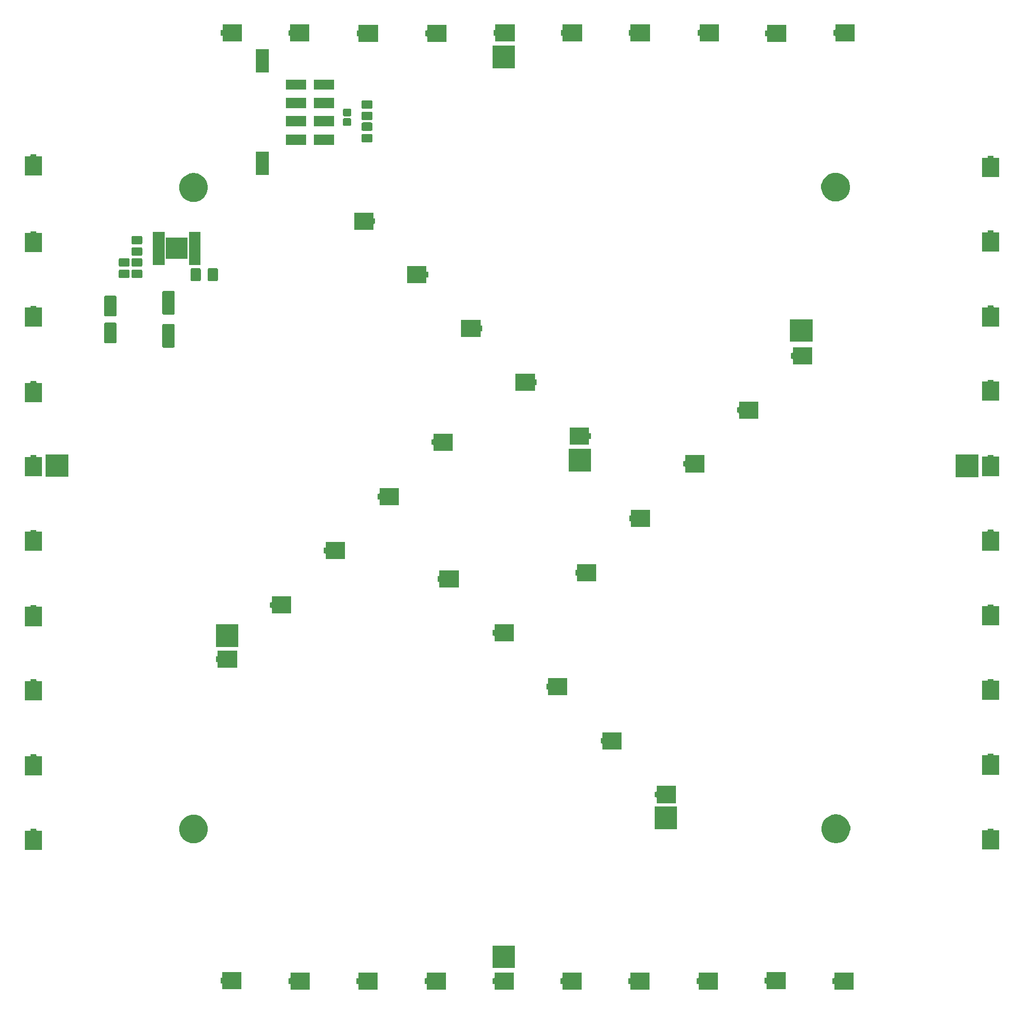
<source format=gbr>
G04 #@! TF.GenerationSoftware,KiCad,Pcbnew,(5.1.2)-2*
G04 #@! TF.CreationDate,2020-02-04T22:48:58+01:00*
G04 #@! TF.ProjectId,LED_Driver_ISSI_ALU_IS31LT3117,4c45445f-4472-4697-9665-725f49535349,rev?*
G04 #@! TF.SameCoordinates,Original*
G04 #@! TF.FileFunction,Soldermask,Top*
G04 #@! TF.FilePolarity,Negative*
%FSLAX46Y46*%
G04 Gerber Fmt 4.6, Leading zero omitted, Abs format (unit mm)*
G04 Created by KiCad (PCBNEW (5.1.2)-2) date 2020-02-04 22:48:58*
%MOMM*%
%LPD*%
G04 APERTURE LIST*
%ADD10C,0.100000*%
G04 APERTURE END LIST*
D10*
G36*
X102500000Y-179200000D02*
G01*
X99350000Y-179200000D01*
X99350000Y-178374999D01*
X99347598Y-178350613D01*
X99340485Y-178327164D01*
X99328934Y-178305553D01*
X99313389Y-178286611D01*
X99294447Y-178271066D01*
X99272836Y-178259515D01*
X99249387Y-178252402D01*
X99225001Y-178250000D01*
X99050000Y-178250000D01*
X99050000Y-177350000D01*
X99225001Y-177350000D01*
X99249387Y-177347598D01*
X99272836Y-177340485D01*
X99294447Y-177328934D01*
X99313389Y-177313389D01*
X99328934Y-177294447D01*
X99340485Y-177272836D01*
X99347598Y-177249387D01*
X99350000Y-177225001D01*
X99350000Y-176400000D01*
X102500000Y-176400000D01*
X102500000Y-179200000D01*
X102500000Y-179200000D01*
G37*
G36*
X169200000Y-179200000D02*
G01*
X166050000Y-179200000D01*
X166050000Y-178374999D01*
X166047598Y-178350613D01*
X166040485Y-178327164D01*
X166028934Y-178305553D01*
X166013389Y-178286611D01*
X165994447Y-178271066D01*
X165972836Y-178259515D01*
X165949387Y-178252402D01*
X165925001Y-178250000D01*
X165750000Y-178250000D01*
X165750000Y-177350000D01*
X165925001Y-177350000D01*
X165949387Y-177347598D01*
X165972836Y-177340485D01*
X165994447Y-177328934D01*
X166013389Y-177313389D01*
X166028934Y-177294447D01*
X166040485Y-177272836D01*
X166047598Y-177249387D01*
X166050000Y-177225001D01*
X166050000Y-176400000D01*
X169200000Y-176400000D01*
X169200000Y-179200000D01*
X169200000Y-179200000D01*
G37*
G36*
X135850000Y-179200000D02*
G01*
X132700000Y-179200000D01*
X132700000Y-178374999D01*
X132697598Y-178350613D01*
X132690485Y-178327164D01*
X132678934Y-178305553D01*
X132663389Y-178286611D01*
X132644447Y-178271066D01*
X132622836Y-178259515D01*
X132599387Y-178252402D01*
X132575001Y-178250000D01*
X132400000Y-178250000D01*
X132400000Y-177350000D01*
X132575001Y-177350000D01*
X132599387Y-177347598D01*
X132622836Y-177340485D01*
X132644447Y-177328934D01*
X132663389Y-177313389D01*
X132678934Y-177294447D01*
X132690485Y-177272836D01*
X132697598Y-177249387D01*
X132700000Y-177225001D01*
X132700000Y-176400000D01*
X135850000Y-176400000D01*
X135850000Y-179200000D01*
X135850000Y-179200000D01*
G37*
G36*
X124750000Y-179200000D02*
G01*
X121600000Y-179200000D01*
X121600000Y-178374999D01*
X121597598Y-178350613D01*
X121590485Y-178327164D01*
X121578934Y-178305553D01*
X121563389Y-178286611D01*
X121544447Y-178271066D01*
X121522836Y-178259515D01*
X121499387Y-178252402D01*
X121475001Y-178250000D01*
X121300000Y-178250000D01*
X121300000Y-177350000D01*
X121475001Y-177350000D01*
X121499387Y-177347598D01*
X121522836Y-177340485D01*
X121544447Y-177328934D01*
X121563389Y-177313389D01*
X121578934Y-177294447D01*
X121590485Y-177272836D01*
X121597598Y-177249387D01*
X121600000Y-177225001D01*
X121600000Y-176400000D01*
X124750000Y-176400000D01*
X124750000Y-179200000D01*
X124750000Y-179200000D01*
G37*
G36*
X191400000Y-179200000D02*
G01*
X188250000Y-179200000D01*
X188250000Y-178374999D01*
X188247598Y-178350613D01*
X188240485Y-178327164D01*
X188228934Y-178305553D01*
X188213389Y-178286611D01*
X188194447Y-178271066D01*
X188172836Y-178259515D01*
X188149387Y-178252402D01*
X188125001Y-178250000D01*
X187950000Y-178250000D01*
X187950000Y-177350000D01*
X188125001Y-177350000D01*
X188149387Y-177347598D01*
X188172836Y-177340485D01*
X188194447Y-177328934D01*
X188213389Y-177313389D01*
X188228934Y-177294447D01*
X188240485Y-177272836D01*
X188247598Y-177249387D01*
X188250000Y-177225001D01*
X188250000Y-176400000D01*
X191400000Y-176400000D01*
X191400000Y-179200000D01*
X191400000Y-179200000D01*
G37*
G36*
X158050000Y-179200000D02*
G01*
X154900000Y-179200000D01*
X154900000Y-178374999D01*
X154897598Y-178350613D01*
X154890485Y-178327164D01*
X154878934Y-178305553D01*
X154863389Y-178286611D01*
X154844447Y-178271066D01*
X154822836Y-178259515D01*
X154799387Y-178252402D01*
X154775001Y-178250000D01*
X154600000Y-178250000D01*
X154600000Y-177350000D01*
X154775001Y-177350000D01*
X154799387Y-177347598D01*
X154822836Y-177340485D01*
X154844447Y-177328934D01*
X154863389Y-177313389D01*
X154878934Y-177294447D01*
X154890485Y-177272836D01*
X154897598Y-177249387D01*
X154900000Y-177225001D01*
X154900000Y-176400000D01*
X158050000Y-176400000D01*
X158050000Y-179200000D01*
X158050000Y-179200000D01*
G37*
G36*
X113600000Y-179200000D02*
G01*
X110450000Y-179200000D01*
X110450000Y-178374999D01*
X110447598Y-178350613D01*
X110440485Y-178327164D01*
X110428934Y-178305553D01*
X110413389Y-178286611D01*
X110394447Y-178271066D01*
X110372836Y-178259515D01*
X110349387Y-178252402D01*
X110325001Y-178250000D01*
X110150000Y-178250000D01*
X110150000Y-177350000D01*
X110325001Y-177350000D01*
X110349387Y-177347598D01*
X110372836Y-177340485D01*
X110394447Y-177328934D01*
X110413389Y-177313389D01*
X110428934Y-177294447D01*
X110440485Y-177272836D01*
X110447598Y-177249387D01*
X110450000Y-177225001D01*
X110450000Y-176400000D01*
X113600000Y-176400000D01*
X113600000Y-179200000D01*
X113600000Y-179200000D01*
G37*
G36*
X146950000Y-179200000D02*
G01*
X143800000Y-179200000D01*
X143800000Y-178374999D01*
X143797598Y-178350613D01*
X143790485Y-178327164D01*
X143778934Y-178305553D01*
X143763389Y-178286611D01*
X143744447Y-178271066D01*
X143722836Y-178259515D01*
X143699387Y-178252402D01*
X143675001Y-178250000D01*
X143500000Y-178250000D01*
X143500000Y-177350000D01*
X143675001Y-177350000D01*
X143699387Y-177347598D01*
X143722836Y-177340485D01*
X143744447Y-177328934D01*
X143763389Y-177313389D01*
X143778934Y-177294447D01*
X143790485Y-177272836D01*
X143797598Y-177249387D01*
X143800000Y-177225001D01*
X143800000Y-176400000D01*
X146950000Y-176400000D01*
X146950000Y-179200000D01*
X146950000Y-179200000D01*
G37*
G36*
X180300000Y-179150000D02*
G01*
X177150000Y-179150000D01*
X177150000Y-178324999D01*
X177147598Y-178300613D01*
X177140485Y-178277164D01*
X177128934Y-178255553D01*
X177113389Y-178236611D01*
X177094447Y-178221066D01*
X177072836Y-178209515D01*
X177049387Y-178202402D01*
X177025001Y-178200000D01*
X176850000Y-178200000D01*
X176850000Y-177300000D01*
X177025001Y-177300000D01*
X177049387Y-177297598D01*
X177072836Y-177290485D01*
X177094447Y-177278934D01*
X177113389Y-177263389D01*
X177128934Y-177244447D01*
X177140485Y-177222836D01*
X177147598Y-177199387D01*
X177150000Y-177175001D01*
X177150000Y-176350000D01*
X180300000Y-176350000D01*
X180300000Y-179150000D01*
X180300000Y-179150000D01*
G37*
G36*
X91350000Y-179150000D02*
G01*
X88200000Y-179150000D01*
X88200000Y-178324999D01*
X88197598Y-178300613D01*
X88190485Y-178277164D01*
X88178934Y-178255553D01*
X88163389Y-178236611D01*
X88144447Y-178221066D01*
X88122836Y-178209515D01*
X88099387Y-178202402D01*
X88075001Y-178200000D01*
X87900000Y-178200000D01*
X87900000Y-177300000D01*
X88075001Y-177300000D01*
X88099387Y-177297598D01*
X88122836Y-177290485D01*
X88144447Y-177278934D01*
X88163389Y-177263389D01*
X88178934Y-177244447D01*
X88190485Y-177222836D01*
X88197598Y-177199387D01*
X88200000Y-177175001D01*
X88200000Y-176350000D01*
X91350000Y-176350000D01*
X91350000Y-179150000D01*
X91350000Y-179150000D01*
G37*
G36*
X136050000Y-175700000D02*
G01*
X132350000Y-175700000D01*
X132350000Y-172000000D01*
X136050000Y-172000000D01*
X136050000Y-175700000D01*
X136050000Y-175700000D01*
G37*
G36*
X57800000Y-153075001D02*
G01*
X57802402Y-153099387D01*
X57809515Y-153122836D01*
X57821066Y-153144447D01*
X57836611Y-153163389D01*
X57855553Y-153178934D01*
X57877164Y-153190485D01*
X57900613Y-153197598D01*
X57924999Y-153200000D01*
X58750000Y-153200000D01*
X58750000Y-156350000D01*
X55950000Y-156350000D01*
X55950000Y-153200000D01*
X56775001Y-153200000D01*
X56799387Y-153197598D01*
X56822836Y-153190485D01*
X56844447Y-153178934D01*
X56863389Y-153163389D01*
X56878934Y-153144447D01*
X56890485Y-153122836D01*
X56897598Y-153099387D01*
X56900000Y-153075001D01*
X56900000Y-152900000D01*
X57800000Y-152900000D01*
X57800000Y-153075001D01*
X57800000Y-153075001D01*
G37*
G36*
X214250000Y-153025001D02*
G01*
X214252402Y-153049387D01*
X214259515Y-153072836D01*
X214271066Y-153094447D01*
X214286611Y-153113389D01*
X214305553Y-153128934D01*
X214327164Y-153140485D01*
X214350613Y-153147598D01*
X214374999Y-153150000D01*
X215200000Y-153150000D01*
X215200000Y-156300000D01*
X212400000Y-156300000D01*
X212400000Y-153150000D01*
X213225001Y-153150000D01*
X213249387Y-153147598D01*
X213272836Y-153140485D01*
X213294447Y-153128934D01*
X213313389Y-153113389D01*
X213328934Y-153094447D01*
X213340485Y-153072836D01*
X213347598Y-153049387D01*
X213350000Y-153025001D01*
X213350000Y-152850000D01*
X214250000Y-152850000D01*
X214250000Y-153025001D01*
X214250000Y-153025001D01*
G37*
G36*
X83882793Y-150630103D02*
G01*
X84185470Y-150690309D01*
X84613143Y-150867457D01*
X84998038Y-151124636D01*
X85325364Y-151451962D01*
X85582543Y-151836857D01*
X85759691Y-152264530D01*
X85759691Y-152264532D01*
X85840055Y-152668545D01*
X85850000Y-152718545D01*
X85850000Y-153181455D01*
X85759691Y-153635470D01*
X85582543Y-154063143D01*
X85325364Y-154448038D01*
X84998038Y-154775364D01*
X84613143Y-155032543D01*
X84185470Y-155209691D01*
X83882793Y-155269897D01*
X83731456Y-155300000D01*
X83268544Y-155300000D01*
X83117207Y-155269897D01*
X82814530Y-155209691D01*
X82386857Y-155032543D01*
X82001962Y-154775364D01*
X81674636Y-154448038D01*
X81417457Y-154063143D01*
X81240309Y-153635470D01*
X81150000Y-153181455D01*
X81150000Y-152718545D01*
X81159946Y-152668545D01*
X81240309Y-152264532D01*
X81240309Y-152264530D01*
X81417457Y-151836857D01*
X81674636Y-151451962D01*
X82001962Y-151124636D01*
X82386857Y-150867457D01*
X82814530Y-150690309D01*
X83117207Y-150630103D01*
X83268544Y-150600000D01*
X83731456Y-150600000D01*
X83882793Y-150630103D01*
X83882793Y-150630103D01*
G37*
G36*
X188882793Y-150580103D02*
G01*
X189185470Y-150640309D01*
X189613143Y-150817457D01*
X189998038Y-151074636D01*
X190325364Y-151401962D01*
X190582543Y-151786857D01*
X190759691Y-152214530D01*
X190769637Y-152264532D01*
X190850000Y-152668544D01*
X190850000Y-153131456D01*
X190840054Y-153181456D01*
X190759691Y-153585470D01*
X190582543Y-154013143D01*
X190325364Y-154398038D01*
X189998038Y-154725364D01*
X189613143Y-154982543D01*
X189185470Y-155159691D01*
X188934102Y-155209691D01*
X188731456Y-155250000D01*
X188268544Y-155250000D01*
X188065898Y-155209691D01*
X187814530Y-155159691D01*
X187386857Y-154982543D01*
X187001962Y-154725364D01*
X186674636Y-154398038D01*
X186417457Y-154013143D01*
X186240309Y-153585470D01*
X186159946Y-153181456D01*
X186150000Y-153131456D01*
X186150000Y-152668544D01*
X186230363Y-152264532D01*
X186240309Y-152214530D01*
X186417457Y-151786857D01*
X186674636Y-151401962D01*
X187001962Y-151074636D01*
X187386857Y-150817457D01*
X187814530Y-150640309D01*
X188117207Y-150580103D01*
X188268544Y-150550000D01*
X188731456Y-150550000D01*
X188882793Y-150580103D01*
X188882793Y-150580103D01*
G37*
G36*
X162550000Y-152950000D02*
G01*
X158850000Y-152950000D01*
X158850000Y-149250000D01*
X162550000Y-149250000D01*
X162550000Y-152950000D01*
X162550000Y-152950000D01*
G37*
G36*
X162350000Y-148700000D02*
G01*
X159200000Y-148700000D01*
X159200000Y-147874999D01*
X159197598Y-147850613D01*
X159190485Y-147827164D01*
X159178934Y-147805553D01*
X159163389Y-147786611D01*
X159144447Y-147771066D01*
X159122836Y-147759515D01*
X159099387Y-147752402D01*
X159075001Y-147750000D01*
X158900000Y-147750000D01*
X158900000Y-146850000D01*
X159075001Y-146850000D01*
X159099387Y-146847598D01*
X159122836Y-146840485D01*
X159144447Y-146828934D01*
X159163389Y-146813389D01*
X159178934Y-146794447D01*
X159190485Y-146772836D01*
X159197598Y-146749387D01*
X159200000Y-146725001D01*
X159200000Y-145900000D01*
X162350000Y-145900000D01*
X162350000Y-148700000D01*
X162350000Y-148700000D01*
G37*
G36*
X57800000Y-140875001D02*
G01*
X57802402Y-140899387D01*
X57809515Y-140922836D01*
X57821066Y-140944447D01*
X57836611Y-140963389D01*
X57855553Y-140978934D01*
X57877164Y-140990485D01*
X57900613Y-140997598D01*
X57924999Y-141000000D01*
X58750000Y-141000000D01*
X58750000Y-144150000D01*
X55950000Y-144150000D01*
X55950000Y-141000000D01*
X56775001Y-141000000D01*
X56799387Y-140997598D01*
X56822836Y-140990485D01*
X56844447Y-140978934D01*
X56863389Y-140963389D01*
X56878934Y-140944447D01*
X56890485Y-140922836D01*
X56897598Y-140899387D01*
X56900000Y-140875001D01*
X56900000Y-140700000D01*
X57800000Y-140700000D01*
X57800000Y-140875001D01*
X57800000Y-140875001D01*
G37*
G36*
X214250000Y-140775001D02*
G01*
X214252402Y-140799387D01*
X214259515Y-140822836D01*
X214271066Y-140844447D01*
X214286611Y-140863389D01*
X214305553Y-140878934D01*
X214327164Y-140890485D01*
X214350613Y-140897598D01*
X214374999Y-140900000D01*
X215200000Y-140900000D01*
X215200000Y-144050000D01*
X212400000Y-144050000D01*
X212400000Y-140900000D01*
X213225001Y-140900000D01*
X213249387Y-140897598D01*
X213272836Y-140890485D01*
X213294447Y-140878934D01*
X213313389Y-140863389D01*
X213328934Y-140844447D01*
X213340485Y-140822836D01*
X213347598Y-140799387D01*
X213350000Y-140775001D01*
X213350000Y-140600000D01*
X214250000Y-140600000D01*
X214250000Y-140775001D01*
X214250000Y-140775001D01*
G37*
G36*
X153500000Y-139900000D02*
G01*
X150350000Y-139900000D01*
X150350000Y-139074999D01*
X150347598Y-139050613D01*
X150340485Y-139027164D01*
X150328934Y-139005553D01*
X150313389Y-138986611D01*
X150294447Y-138971066D01*
X150272836Y-138959515D01*
X150249387Y-138952402D01*
X150225001Y-138950000D01*
X150050000Y-138950000D01*
X150050000Y-138050000D01*
X150225001Y-138050000D01*
X150249387Y-138047598D01*
X150272836Y-138040485D01*
X150294447Y-138028934D01*
X150313389Y-138013389D01*
X150328934Y-137994447D01*
X150340485Y-137972836D01*
X150347598Y-137949387D01*
X150350000Y-137925001D01*
X150350000Y-137100000D01*
X153500000Y-137100000D01*
X153500000Y-139900000D01*
X153500000Y-139900000D01*
G37*
G36*
X57800000Y-128625001D02*
G01*
X57802402Y-128649387D01*
X57809515Y-128672836D01*
X57821066Y-128694447D01*
X57836611Y-128713389D01*
X57855553Y-128728934D01*
X57877164Y-128740485D01*
X57900613Y-128747598D01*
X57924999Y-128750000D01*
X58750000Y-128750000D01*
X58750000Y-131900000D01*
X55950000Y-131900000D01*
X55950000Y-128750000D01*
X56775001Y-128750000D01*
X56799387Y-128747598D01*
X56822836Y-128740485D01*
X56844447Y-128728934D01*
X56863389Y-128713389D01*
X56878934Y-128694447D01*
X56890485Y-128672836D01*
X56897598Y-128649387D01*
X56900000Y-128625001D01*
X56900000Y-128450000D01*
X57800000Y-128450000D01*
X57800000Y-128625001D01*
X57800000Y-128625001D01*
G37*
G36*
X214250000Y-128575001D02*
G01*
X214252402Y-128599387D01*
X214259515Y-128622836D01*
X214271066Y-128644447D01*
X214286611Y-128663389D01*
X214305553Y-128678934D01*
X214327164Y-128690485D01*
X214350613Y-128697598D01*
X214374999Y-128700000D01*
X215200000Y-128700000D01*
X215200000Y-131850000D01*
X212400000Y-131850000D01*
X212400000Y-128700000D01*
X213225001Y-128700000D01*
X213249387Y-128697598D01*
X213272836Y-128690485D01*
X213294447Y-128678934D01*
X213313389Y-128663389D01*
X213328934Y-128644447D01*
X213340485Y-128622836D01*
X213347598Y-128599387D01*
X213350000Y-128575001D01*
X213350000Y-128400000D01*
X214250000Y-128400000D01*
X214250000Y-128575001D01*
X214250000Y-128575001D01*
G37*
G36*
X144600000Y-131050000D02*
G01*
X141450000Y-131050000D01*
X141450000Y-130224999D01*
X141447598Y-130200613D01*
X141440485Y-130177164D01*
X141428934Y-130155553D01*
X141413389Y-130136611D01*
X141394447Y-130121066D01*
X141372836Y-130109515D01*
X141349387Y-130102402D01*
X141325001Y-130100000D01*
X141150000Y-130100000D01*
X141150000Y-129200000D01*
X141325001Y-129200000D01*
X141349387Y-129197598D01*
X141372836Y-129190485D01*
X141394447Y-129178934D01*
X141413389Y-129163389D01*
X141428934Y-129144447D01*
X141440485Y-129122836D01*
X141447598Y-129099387D01*
X141450000Y-129075001D01*
X141450000Y-128250000D01*
X144600000Y-128250000D01*
X144600000Y-131050000D01*
X144600000Y-131050000D01*
G37*
G36*
X90600000Y-126550000D02*
G01*
X87450000Y-126550000D01*
X87450000Y-125724999D01*
X87447598Y-125700613D01*
X87440485Y-125677164D01*
X87428934Y-125655553D01*
X87413389Y-125636611D01*
X87394447Y-125621066D01*
X87372836Y-125609515D01*
X87349387Y-125602402D01*
X87325001Y-125600000D01*
X87150000Y-125600000D01*
X87150000Y-124700000D01*
X87325001Y-124700000D01*
X87349387Y-124697598D01*
X87372836Y-124690485D01*
X87394447Y-124678934D01*
X87413389Y-124663389D01*
X87428934Y-124644447D01*
X87440485Y-124622836D01*
X87447598Y-124599387D01*
X87450000Y-124575001D01*
X87450000Y-123750000D01*
X90600000Y-123750000D01*
X90600000Y-126550000D01*
X90600000Y-126550000D01*
G37*
G36*
X90850000Y-123150000D02*
G01*
X87150000Y-123150000D01*
X87150000Y-119450000D01*
X90850000Y-119450000D01*
X90850000Y-123150000D01*
X90850000Y-123150000D01*
G37*
G36*
X135850000Y-122250000D02*
G01*
X132700000Y-122250000D01*
X132700000Y-121424999D01*
X132697598Y-121400613D01*
X132690485Y-121377164D01*
X132678934Y-121355553D01*
X132663389Y-121336611D01*
X132644447Y-121321066D01*
X132622836Y-121309515D01*
X132599387Y-121302402D01*
X132575001Y-121300000D01*
X132400000Y-121300000D01*
X132400000Y-120400000D01*
X132575001Y-120400000D01*
X132599387Y-120397598D01*
X132622836Y-120390485D01*
X132644447Y-120378934D01*
X132663389Y-120363389D01*
X132678934Y-120344447D01*
X132690485Y-120322836D01*
X132697598Y-120299387D01*
X132700000Y-120275001D01*
X132700000Y-119450000D01*
X135850000Y-119450000D01*
X135850000Y-122250000D01*
X135850000Y-122250000D01*
G37*
G36*
X57800000Y-116475001D02*
G01*
X57802402Y-116499387D01*
X57809515Y-116522836D01*
X57821066Y-116544447D01*
X57836611Y-116563389D01*
X57855553Y-116578934D01*
X57877164Y-116590485D01*
X57900613Y-116597598D01*
X57924999Y-116600000D01*
X58750000Y-116600000D01*
X58750000Y-119750000D01*
X55950000Y-119750000D01*
X55950000Y-116600000D01*
X56775001Y-116600000D01*
X56799387Y-116597598D01*
X56822836Y-116590485D01*
X56844447Y-116578934D01*
X56863389Y-116563389D01*
X56878934Y-116544447D01*
X56890485Y-116522836D01*
X56897598Y-116499387D01*
X56900000Y-116475001D01*
X56900000Y-116300000D01*
X57800000Y-116300000D01*
X57800000Y-116475001D01*
X57800000Y-116475001D01*
G37*
G36*
X214250000Y-116375001D02*
G01*
X214252402Y-116399387D01*
X214259515Y-116422836D01*
X214271066Y-116444447D01*
X214286611Y-116463389D01*
X214305553Y-116478934D01*
X214327164Y-116490485D01*
X214350613Y-116497598D01*
X214374999Y-116500000D01*
X215200000Y-116500000D01*
X215200000Y-119650000D01*
X212400000Y-119650000D01*
X212400000Y-116500000D01*
X213225001Y-116500000D01*
X213249387Y-116497598D01*
X213272836Y-116490485D01*
X213294447Y-116478934D01*
X213313389Y-116463389D01*
X213328934Y-116444447D01*
X213340485Y-116422836D01*
X213347598Y-116399387D01*
X213350000Y-116375001D01*
X213350000Y-116200000D01*
X214250000Y-116200000D01*
X214250000Y-116375001D01*
X214250000Y-116375001D01*
G37*
G36*
X99450000Y-117700000D02*
G01*
X96300000Y-117700000D01*
X96300000Y-116874999D01*
X96297598Y-116850613D01*
X96290485Y-116827164D01*
X96278934Y-116805553D01*
X96263389Y-116786611D01*
X96244447Y-116771066D01*
X96222836Y-116759515D01*
X96199387Y-116752402D01*
X96175001Y-116750000D01*
X96000000Y-116750000D01*
X96000000Y-115850000D01*
X96175001Y-115850000D01*
X96199387Y-115847598D01*
X96222836Y-115840485D01*
X96244447Y-115828934D01*
X96263389Y-115813389D01*
X96278934Y-115794447D01*
X96290485Y-115772836D01*
X96297598Y-115749387D01*
X96300000Y-115725001D01*
X96300000Y-114900000D01*
X99450000Y-114900000D01*
X99450000Y-117700000D01*
X99450000Y-117700000D01*
G37*
G36*
X126850000Y-113450000D02*
G01*
X123700000Y-113450000D01*
X123700000Y-112624999D01*
X123697598Y-112600613D01*
X123690485Y-112577164D01*
X123678934Y-112555553D01*
X123663389Y-112536611D01*
X123644447Y-112521066D01*
X123622836Y-112509515D01*
X123599387Y-112502402D01*
X123575001Y-112500000D01*
X123400000Y-112500000D01*
X123400000Y-111600000D01*
X123575001Y-111600000D01*
X123599387Y-111597598D01*
X123622836Y-111590485D01*
X123644447Y-111578934D01*
X123663389Y-111563389D01*
X123678934Y-111544447D01*
X123690485Y-111522836D01*
X123697598Y-111499387D01*
X123700000Y-111475001D01*
X123700000Y-110650000D01*
X126850000Y-110650000D01*
X126850000Y-113450000D01*
X126850000Y-113450000D01*
G37*
G36*
X149350000Y-112400000D02*
G01*
X146200000Y-112400000D01*
X146200000Y-111574999D01*
X146197598Y-111550613D01*
X146190485Y-111527164D01*
X146178934Y-111505553D01*
X146163389Y-111486611D01*
X146144447Y-111471066D01*
X146122836Y-111459515D01*
X146099387Y-111452402D01*
X146075001Y-111450000D01*
X145900000Y-111450000D01*
X145900000Y-110550000D01*
X146075001Y-110550000D01*
X146099387Y-110547598D01*
X146122836Y-110540485D01*
X146144447Y-110528934D01*
X146163389Y-110513389D01*
X146178934Y-110494447D01*
X146190485Y-110472836D01*
X146197598Y-110449387D01*
X146200000Y-110425001D01*
X146200000Y-109600000D01*
X149350000Y-109600000D01*
X149350000Y-112400000D01*
X149350000Y-112400000D01*
G37*
G36*
X108250000Y-108800000D02*
G01*
X105100000Y-108800000D01*
X105100000Y-107974999D01*
X105097598Y-107950613D01*
X105090485Y-107927164D01*
X105078934Y-107905553D01*
X105063389Y-107886611D01*
X105044447Y-107871066D01*
X105022836Y-107859515D01*
X104999387Y-107852402D01*
X104975001Y-107850000D01*
X104800000Y-107850000D01*
X104800000Y-106950000D01*
X104975001Y-106950000D01*
X104999387Y-106947598D01*
X105022836Y-106940485D01*
X105044447Y-106928934D01*
X105063389Y-106913389D01*
X105078934Y-106894447D01*
X105090485Y-106872836D01*
X105097598Y-106849387D01*
X105100000Y-106825001D01*
X105100000Y-106000000D01*
X108250000Y-106000000D01*
X108250000Y-108800000D01*
X108250000Y-108800000D01*
G37*
G36*
X57750000Y-104175001D02*
G01*
X57752402Y-104199387D01*
X57759515Y-104222836D01*
X57771066Y-104244447D01*
X57786611Y-104263389D01*
X57805553Y-104278934D01*
X57827164Y-104290485D01*
X57850613Y-104297598D01*
X57874999Y-104300000D01*
X58700000Y-104300000D01*
X58700000Y-107450000D01*
X55900000Y-107450000D01*
X55900000Y-104300000D01*
X56725001Y-104300000D01*
X56749387Y-104297598D01*
X56772836Y-104290485D01*
X56794447Y-104278934D01*
X56813389Y-104263389D01*
X56828934Y-104244447D01*
X56840485Y-104222836D01*
X56847598Y-104199387D01*
X56850000Y-104175001D01*
X56850000Y-104000000D01*
X57750000Y-104000000D01*
X57750000Y-104175001D01*
X57750000Y-104175001D01*
G37*
G36*
X214250000Y-104125001D02*
G01*
X214252402Y-104149387D01*
X214259515Y-104172836D01*
X214271066Y-104194447D01*
X214286611Y-104213389D01*
X214305553Y-104228934D01*
X214327164Y-104240485D01*
X214350613Y-104247598D01*
X214374999Y-104250000D01*
X215200000Y-104250000D01*
X215200000Y-107400000D01*
X212400000Y-107400000D01*
X212400000Y-104250000D01*
X213225001Y-104250000D01*
X213249387Y-104247598D01*
X213272836Y-104240485D01*
X213294447Y-104228934D01*
X213313389Y-104213389D01*
X213328934Y-104194447D01*
X213340485Y-104172836D01*
X213347598Y-104149387D01*
X213350000Y-104125001D01*
X213350000Y-103950000D01*
X214250000Y-103950000D01*
X214250000Y-104125001D01*
X214250000Y-104125001D01*
G37*
G36*
X158150000Y-103550000D02*
G01*
X155000000Y-103550000D01*
X155000000Y-102724999D01*
X154997598Y-102700613D01*
X154990485Y-102677164D01*
X154978934Y-102655553D01*
X154963389Y-102636611D01*
X154944447Y-102621066D01*
X154922836Y-102609515D01*
X154899387Y-102602402D01*
X154875001Y-102600000D01*
X154700000Y-102600000D01*
X154700000Y-101700000D01*
X154875001Y-101700000D01*
X154899387Y-101697598D01*
X154922836Y-101690485D01*
X154944447Y-101678934D01*
X154963389Y-101663389D01*
X154978934Y-101644447D01*
X154990485Y-101622836D01*
X154997598Y-101599387D01*
X155000000Y-101575001D01*
X155000000Y-100750000D01*
X158150000Y-100750000D01*
X158150000Y-103550000D01*
X158150000Y-103550000D01*
G37*
G36*
X117050000Y-99950000D02*
G01*
X113900000Y-99950000D01*
X113900000Y-99124999D01*
X113897598Y-99100613D01*
X113890485Y-99077164D01*
X113878934Y-99055553D01*
X113863389Y-99036611D01*
X113844447Y-99021066D01*
X113822836Y-99009515D01*
X113799387Y-99002402D01*
X113775001Y-99000000D01*
X113600000Y-99000000D01*
X113600000Y-98100000D01*
X113775001Y-98100000D01*
X113799387Y-98097598D01*
X113822836Y-98090485D01*
X113844447Y-98078934D01*
X113863389Y-98063389D01*
X113878934Y-98044447D01*
X113890485Y-98022836D01*
X113897598Y-97999387D01*
X113900000Y-97975001D01*
X113900000Y-97150000D01*
X117050000Y-97150000D01*
X117050000Y-99950000D01*
X117050000Y-99950000D01*
G37*
G36*
X211800000Y-95400000D02*
G01*
X208100000Y-95400000D01*
X208100000Y-91700000D01*
X211800000Y-91700000D01*
X211800000Y-95400000D01*
X211800000Y-95400000D01*
G37*
G36*
X63050000Y-95350000D02*
G01*
X59350000Y-95350000D01*
X59350000Y-91650000D01*
X63050000Y-91650000D01*
X63050000Y-95350000D01*
X63050000Y-95350000D01*
G37*
G36*
X57800000Y-91975001D02*
G01*
X57802402Y-91999387D01*
X57809515Y-92022836D01*
X57821066Y-92044447D01*
X57836611Y-92063389D01*
X57855553Y-92078934D01*
X57877164Y-92090485D01*
X57900613Y-92097598D01*
X57924999Y-92100000D01*
X58750000Y-92100000D01*
X58750000Y-95250000D01*
X55950000Y-95250000D01*
X55950000Y-92100000D01*
X56775001Y-92100000D01*
X56799387Y-92097598D01*
X56822836Y-92090485D01*
X56844447Y-92078934D01*
X56863389Y-92063389D01*
X56878934Y-92044447D01*
X56890485Y-92022836D01*
X56897598Y-91999387D01*
X56900000Y-91975001D01*
X56900000Y-91800000D01*
X57800000Y-91800000D01*
X57800000Y-91975001D01*
X57800000Y-91975001D01*
G37*
G36*
X214250000Y-91925001D02*
G01*
X214252402Y-91949387D01*
X214259515Y-91972836D01*
X214271066Y-91994447D01*
X214286611Y-92013389D01*
X214305553Y-92028934D01*
X214327164Y-92040485D01*
X214350613Y-92047598D01*
X214374999Y-92050000D01*
X215200000Y-92050000D01*
X215200000Y-95200000D01*
X212400000Y-95200000D01*
X212400000Y-92050000D01*
X213225001Y-92050000D01*
X213249387Y-92047598D01*
X213272836Y-92040485D01*
X213294447Y-92028934D01*
X213313389Y-92013389D01*
X213328934Y-91994447D01*
X213340485Y-91972836D01*
X213347598Y-91949387D01*
X213350000Y-91925001D01*
X213350000Y-91750000D01*
X214250000Y-91750000D01*
X214250000Y-91925001D01*
X214250000Y-91925001D01*
G37*
G36*
X167000000Y-94600000D02*
G01*
X163850000Y-94600000D01*
X163850000Y-93774999D01*
X163847598Y-93750613D01*
X163840485Y-93727164D01*
X163828934Y-93705553D01*
X163813389Y-93686611D01*
X163794447Y-93671066D01*
X163772836Y-93659515D01*
X163749387Y-93652402D01*
X163725001Y-93650000D01*
X163550000Y-93650000D01*
X163550000Y-92750000D01*
X163725001Y-92750000D01*
X163749387Y-92747598D01*
X163772836Y-92740485D01*
X163794447Y-92728934D01*
X163813389Y-92713389D01*
X163828934Y-92694447D01*
X163840485Y-92672836D01*
X163847598Y-92649387D01*
X163850000Y-92625001D01*
X163850000Y-91800000D01*
X167000000Y-91800000D01*
X167000000Y-94600000D01*
X167000000Y-94600000D01*
G37*
G36*
X148500000Y-94450000D02*
G01*
X144800000Y-94450000D01*
X144800000Y-90750000D01*
X148500000Y-90750000D01*
X148500000Y-94450000D01*
X148500000Y-94450000D01*
G37*
G36*
X125850000Y-91050000D02*
G01*
X122700000Y-91050000D01*
X122700000Y-90224999D01*
X122697598Y-90200613D01*
X122690485Y-90177164D01*
X122678934Y-90155553D01*
X122663389Y-90136611D01*
X122644447Y-90121066D01*
X122622836Y-90109515D01*
X122599387Y-90102402D01*
X122575001Y-90100000D01*
X122400000Y-90100000D01*
X122400000Y-89200000D01*
X122575001Y-89200000D01*
X122599387Y-89197598D01*
X122622836Y-89190485D01*
X122644447Y-89178934D01*
X122663389Y-89163389D01*
X122678934Y-89144447D01*
X122690485Y-89122836D01*
X122697598Y-89099387D01*
X122700000Y-89075001D01*
X122700000Y-88250000D01*
X125850000Y-88250000D01*
X125850000Y-91050000D01*
X125850000Y-91050000D01*
G37*
G36*
X148150000Y-88075001D02*
G01*
X148152402Y-88099387D01*
X148159515Y-88122836D01*
X148171066Y-88144447D01*
X148186611Y-88163389D01*
X148205553Y-88178934D01*
X148227164Y-88190485D01*
X148250613Y-88197598D01*
X148274999Y-88200000D01*
X148450000Y-88200000D01*
X148450000Y-89100000D01*
X148274999Y-89100000D01*
X148250613Y-89102402D01*
X148227164Y-89109515D01*
X148205553Y-89121066D01*
X148186611Y-89136611D01*
X148171066Y-89155553D01*
X148159515Y-89177164D01*
X148152402Y-89200613D01*
X148150000Y-89224999D01*
X148150000Y-90050000D01*
X145000000Y-90050000D01*
X145000000Y-87250000D01*
X148150000Y-87250000D01*
X148150000Y-88075001D01*
X148150000Y-88075001D01*
G37*
G36*
X175800000Y-85800000D02*
G01*
X172650000Y-85800000D01*
X172650000Y-84974999D01*
X172647598Y-84950613D01*
X172640485Y-84927164D01*
X172628934Y-84905553D01*
X172613389Y-84886611D01*
X172594447Y-84871066D01*
X172572836Y-84859515D01*
X172549387Y-84852402D01*
X172525001Y-84850000D01*
X172350000Y-84850000D01*
X172350000Y-83950000D01*
X172525001Y-83950000D01*
X172549387Y-83947598D01*
X172572836Y-83940485D01*
X172594447Y-83928934D01*
X172613389Y-83913389D01*
X172628934Y-83894447D01*
X172640485Y-83872836D01*
X172647598Y-83849387D01*
X172650000Y-83825001D01*
X172650000Y-83000000D01*
X175800000Y-83000000D01*
X175800000Y-85800000D01*
X175800000Y-85800000D01*
G37*
G36*
X57800000Y-79825001D02*
G01*
X57802402Y-79849387D01*
X57809515Y-79872836D01*
X57821066Y-79894447D01*
X57836611Y-79913389D01*
X57855553Y-79928934D01*
X57877164Y-79940485D01*
X57900613Y-79947598D01*
X57924999Y-79950000D01*
X58750000Y-79950000D01*
X58750000Y-83100000D01*
X55950000Y-83100000D01*
X55950000Y-79950000D01*
X56775001Y-79950000D01*
X56799387Y-79947598D01*
X56822836Y-79940485D01*
X56844447Y-79928934D01*
X56863389Y-79913389D01*
X56878934Y-79894447D01*
X56890485Y-79872836D01*
X56897598Y-79849387D01*
X56900000Y-79825001D01*
X56900000Y-79650000D01*
X57800000Y-79650000D01*
X57800000Y-79825001D01*
X57800000Y-79825001D01*
G37*
G36*
X214250000Y-79625001D02*
G01*
X214252402Y-79649387D01*
X214259515Y-79672836D01*
X214271066Y-79694447D01*
X214286611Y-79713389D01*
X214305553Y-79728934D01*
X214327164Y-79740485D01*
X214350613Y-79747598D01*
X214374999Y-79750000D01*
X215200000Y-79750000D01*
X215200000Y-82900000D01*
X212400000Y-82900000D01*
X212400000Y-79750000D01*
X213225001Y-79750000D01*
X213249387Y-79747598D01*
X213272836Y-79740485D01*
X213294447Y-79728934D01*
X213313389Y-79713389D01*
X213328934Y-79694447D01*
X213340485Y-79672836D01*
X213347598Y-79649387D01*
X213350000Y-79625001D01*
X213350000Y-79450000D01*
X214250000Y-79450000D01*
X214250000Y-79625001D01*
X214250000Y-79625001D01*
G37*
G36*
X139300000Y-79275001D02*
G01*
X139302402Y-79299387D01*
X139309515Y-79322836D01*
X139321066Y-79344447D01*
X139336611Y-79363389D01*
X139355553Y-79378934D01*
X139377164Y-79390485D01*
X139400613Y-79397598D01*
X139424999Y-79400000D01*
X139600000Y-79400000D01*
X139600000Y-80300000D01*
X139424999Y-80300000D01*
X139400613Y-80302402D01*
X139377164Y-80309515D01*
X139355553Y-80321066D01*
X139336611Y-80336611D01*
X139321066Y-80355553D01*
X139309515Y-80377164D01*
X139302402Y-80400613D01*
X139300000Y-80424999D01*
X139300000Y-81250000D01*
X136150000Y-81250000D01*
X136150000Y-78450000D01*
X139300000Y-78450000D01*
X139300000Y-79275001D01*
X139300000Y-79275001D01*
G37*
G36*
X184600000Y-76950000D02*
G01*
X181450000Y-76950000D01*
X181450000Y-76124999D01*
X181447598Y-76100613D01*
X181440485Y-76077164D01*
X181428934Y-76055553D01*
X181413389Y-76036611D01*
X181394447Y-76021066D01*
X181372836Y-76009515D01*
X181349387Y-76002402D01*
X181325001Y-76000000D01*
X181150000Y-76000000D01*
X181150000Y-75100000D01*
X181325001Y-75100000D01*
X181349387Y-75097598D01*
X181372836Y-75090485D01*
X181394447Y-75078934D01*
X181413389Y-75063389D01*
X181428934Y-75044447D01*
X181440485Y-75022836D01*
X181447598Y-74999387D01*
X181450000Y-74975001D01*
X181450000Y-74150000D01*
X184600000Y-74150000D01*
X184600000Y-76950000D01*
X184600000Y-76950000D01*
G37*
G36*
X80217517Y-70304946D02*
G01*
X80259908Y-70317805D01*
X80298973Y-70338686D01*
X80333214Y-70366786D01*
X80361314Y-70401027D01*
X80382195Y-70440092D01*
X80395054Y-70482483D01*
X80400000Y-70532703D01*
X80400000Y-73967297D01*
X80395054Y-74017517D01*
X80382195Y-74059908D01*
X80361314Y-74098973D01*
X80333214Y-74133214D01*
X80298973Y-74161314D01*
X80259908Y-74182195D01*
X80217517Y-74195054D01*
X80167297Y-74200000D01*
X78632703Y-74200000D01*
X78582483Y-74195054D01*
X78540092Y-74182195D01*
X78501027Y-74161314D01*
X78466786Y-74133214D01*
X78438686Y-74098973D01*
X78417805Y-74059908D01*
X78404946Y-74017517D01*
X78400000Y-73967297D01*
X78400000Y-70532703D01*
X78404946Y-70482483D01*
X78417805Y-70440092D01*
X78438686Y-70401027D01*
X78466786Y-70366786D01*
X78501027Y-70338686D01*
X78540092Y-70317805D01*
X78582483Y-70304946D01*
X78632703Y-70300000D01*
X80167297Y-70300000D01*
X80217517Y-70304946D01*
X80217517Y-70304946D01*
G37*
G36*
X70717517Y-70104946D02*
G01*
X70759908Y-70117805D01*
X70798973Y-70138686D01*
X70833214Y-70166786D01*
X70861314Y-70201027D01*
X70882195Y-70240092D01*
X70895054Y-70282483D01*
X70900000Y-70332703D01*
X70900000Y-73267297D01*
X70895054Y-73317517D01*
X70882195Y-73359908D01*
X70861314Y-73398973D01*
X70833214Y-73433214D01*
X70798973Y-73461314D01*
X70759908Y-73482195D01*
X70717517Y-73495054D01*
X70667297Y-73500000D01*
X69132703Y-73500000D01*
X69082483Y-73495054D01*
X69040092Y-73482195D01*
X69001027Y-73461314D01*
X68966786Y-73433214D01*
X68938686Y-73398973D01*
X68917805Y-73359908D01*
X68904946Y-73317517D01*
X68900000Y-73267297D01*
X68900000Y-70332703D01*
X68904946Y-70282483D01*
X68917805Y-70240092D01*
X68938686Y-70201027D01*
X68966786Y-70166786D01*
X69001027Y-70138686D01*
X69040092Y-70117805D01*
X69082483Y-70104946D01*
X69132703Y-70100000D01*
X70667297Y-70100000D01*
X70717517Y-70104946D01*
X70717517Y-70104946D01*
G37*
G36*
X184700000Y-73250000D02*
G01*
X181000000Y-73250000D01*
X181000000Y-69550000D01*
X184700000Y-69550000D01*
X184700000Y-73250000D01*
X184700000Y-73250000D01*
G37*
G36*
X130400000Y-70475001D02*
G01*
X130402402Y-70499387D01*
X130409515Y-70522836D01*
X130421066Y-70544447D01*
X130436611Y-70563389D01*
X130455553Y-70578934D01*
X130477164Y-70590485D01*
X130500613Y-70597598D01*
X130524999Y-70600000D01*
X130700000Y-70600000D01*
X130700000Y-71500000D01*
X130524999Y-71500000D01*
X130500613Y-71502402D01*
X130477164Y-71509515D01*
X130455553Y-71521066D01*
X130436611Y-71536611D01*
X130421066Y-71555553D01*
X130409515Y-71577164D01*
X130402402Y-71600613D01*
X130400000Y-71624999D01*
X130400000Y-72450000D01*
X127250000Y-72450000D01*
X127250000Y-69650000D01*
X130400000Y-69650000D01*
X130400000Y-70475001D01*
X130400000Y-70475001D01*
G37*
G36*
X57800000Y-67525001D02*
G01*
X57802402Y-67549387D01*
X57809515Y-67572836D01*
X57821066Y-67594447D01*
X57836611Y-67613389D01*
X57855553Y-67628934D01*
X57877164Y-67640485D01*
X57900613Y-67647598D01*
X57924999Y-67650000D01*
X58750000Y-67650000D01*
X58750000Y-70800000D01*
X55950000Y-70800000D01*
X55950000Y-67650000D01*
X56775001Y-67650000D01*
X56799387Y-67647598D01*
X56822836Y-67640485D01*
X56844447Y-67628934D01*
X56863389Y-67613389D01*
X56878934Y-67594447D01*
X56890485Y-67572836D01*
X56897598Y-67549387D01*
X56900000Y-67525001D01*
X56900000Y-67350000D01*
X57800000Y-67350000D01*
X57800000Y-67525001D01*
X57800000Y-67525001D01*
G37*
G36*
X214250000Y-67475001D02*
G01*
X214252402Y-67499387D01*
X214259515Y-67522836D01*
X214271066Y-67544447D01*
X214286611Y-67563389D01*
X214305553Y-67578934D01*
X214327164Y-67590485D01*
X214350613Y-67597598D01*
X214374999Y-67600000D01*
X215200000Y-67600000D01*
X215200000Y-70750000D01*
X212400000Y-70750000D01*
X212400000Y-67600000D01*
X213225001Y-67600000D01*
X213249387Y-67597598D01*
X213272836Y-67590485D01*
X213294447Y-67578934D01*
X213313389Y-67563389D01*
X213328934Y-67544447D01*
X213340485Y-67522836D01*
X213347598Y-67499387D01*
X213350000Y-67475001D01*
X213350000Y-67300000D01*
X214250000Y-67300000D01*
X214250000Y-67475001D01*
X214250000Y-67475001D01*
G37*
G36*
X70717517Y-65704946D02*
G01*
X70759908Y-65717805D01*
X70798973Y-65738686D01*
X70833214Y-65766786D01*
X70861314Y-65801027D01*
X70882195Y-65840092D01*
X70895054Y-65882483D01*
X70900000Y-65932703D01*
X70900000Y-68867297D01*
X70895054Y-68917517D01*
X70882195Y-68959908D01*
X70861314Y-68998973D01*
X70833214Y-69033214D01*
X70798973Y-69061314D01*
X70759908Y-69082195D01*
X70717517Y-69095054D01*
X70667297Y-69100000D01*
X69132703Y-69100000D01*
X69082483Y-69095054D01*
X69040092Y-69082195D01*
X69001027Y-69061314D01*
X68966786Y-69033214D01*
X68938686Y-68998973D01*
X68917805Y-68959908D01*
X68904946Y-68917517D01*
X68900000Y-68867297D01*
X68900000Y-65932703D01*
X68904946Y-65882483D01*
X68917805Y-65840092D01*
X68938686Y-65801027D01*
X68966786Y-65766786D01*
X69001027Y-65738686D01*
X69040092Y-65717805D01*
X69082483Y-65704946D01*
X69132703Y-65700000D01*
X70667297Y-65700000D01*
X70717517Y-65704946D01*
X70717517Y-65704946D01*
G37*
G36*
X80217517Y-64904946D02*
G01*
X80259908Y-64917805D01*
X80298973Y-64938686D01*
X80333214Y-64966786D01*
X80361314Y-65001027D01*
X80382195Y-65040092D01*
X80395054Y-65082483D01*
X80400000Y-65132703D01*
X80400000Y-68567297D01*
X80395054Y-68617517D01*
X80382195Y-68659908D01*
X80361314Y-68698973D01*
X80333214Y-68733214D01*
X80298973Y-68761314D01*
X80259908Y-68782195D01*
X80217517Y-68795054D01*
X80167297Y-68800000D01*
X78632703Y-68800000D01*
X78582483Y-68795054D01*
X78540092Y-68782195D01*
X78501027Y-68761314D01*
X78466786Y-68733214D01*
X78438686Y-68698973D01*
X78417805Y-68659908D01*
X78404946Y-68617517D01*
X78400000Y-68567297D01*
X78400000Y-65132703D01*
X78404946Y-65082483D01*
X78417805Y-65040092D01*
X78438686Y-65001027D01*
X78466786Y-64966786D01*
X78501027Y-64938686D01*
X78540092Y-64917805D01*
X78582483Y-64904946D01*
X78632703Y-64900000D01*
X80167297Y-64900000D01*
X80217517Y-64904946D01*
X80217517Y-64904946D01*
G37*
G36*
X121550000Y-61675001D02*
G01*
X121552402Y-61699387D01*
X121559515Y-61722836D01*
X121571066Y-61744447D01*
X121586611Y-61763389D01*
X121605553Y-61778934D01*
X121627164Y-61790485D01*
X121650613Y-61797598D01*
X121674999Y-61800000D01*
X121850000Y-61800000D01*
X121850000Y-62700000D01*
X121674999Y-62700000D01*
X121650613Y-62702402D01*
X121627164Y-62709515D01*
X121605553Y-62721066D01*
X121586611Y-62736611D01*
X121571066Y-62755553D01*
X121559515Y-62777164D01*
X121552402Y-62800613D01*
X121550000Y-62824999D01*
X121550000Y-63650000D01*
X118400000Y-63650000D01*
X118400000Y-60850000D01*
X121550000Y-60850000D01*
X121550000Y-61675001D01*
X121550000Y-61675001D01*
G37*
G36*
X87269628Y-61180493D02*
G01*
X87317354Y-61194971D01*
X87361332Y-61218477D01*
X87399884Y-61250116D01*
X87431523Y-61288668D01*
X87455029Y-61332646D01*
X87469507Y-61380372D01*
X87475000Y-61436141D01*
X87475000Y-63063859D01*
X87469507Y-63119628D01*
X87455029Y-63167354D01*
X87431523Y-63211332D01*
X87399884Y-63249884D01*
X87361332Y-63281523D01*
X87317354Y-63305029D01*
X87269628Y-63319507D01*
X87213859Y-63325000D01*
X86086141Y-63325000D01*
X86030372Y-63319507D01*
X85982646Y-63305029D01*
X85938668Y-63281523D01*
X85900116Y-63249884D01*
X85868477Y-63211332D01*
X85844971Y-63167354D01*
X85830493Y-63119628D01*
X85825000Y-63063859D01*
X85825000Y-61436141D01*
X85830493Y-61380372D01*
X85844971Y-61332646D01*
X85868477Y-61288668D01*
X85900116Y-61250116D01*
X85938668Y-61218477D01*
X85982646Y-61194971D01*
X86030372Y-61180493D01*
X86086141Y-61175000D01*
X87213859Y-61175000D01*
X87269628Y-61180493D01*
X87269628Y-61180493D01*
G37*
G36*
X84469628Y-61180493D02*
G01*
X84517354Y-61194971D01*
X84561332Y-61218477D01*
X84599884Y-61250116D01*
X84631523Y-61288668D01*
X84655029Y-61332646D01*
X84669507Y-61380372D01*
X84675000Y-61436141D01*
X84675000Y-63063859D01*
X84669507Y-63119628D01*
X84655029Y-63167354D01*
X84631523Y-63211332D01*
X84599884Y-63249884D01*
X84561332Y-63281523D01*
X84517354Y-63305029D01*
X84469628Y-63319507D01*
X84413859Y-63325000D01*
X83286141Y-63325000D01*
X83230372Y-63319507D01*
X83182646Y-63305029D01*
X83138668Y-63281523D01*
X83100116Y-63249884D01*
X83068477Y-63211332D01*
X83044971Y-63167354D01*
X83030493Y-63119628D01*
X83025000Y-63063859D01*
X83025000Y-61436141D01*
X83030493Y-61380372D01*
X83044971Y-61332646D01*
X83068477Y-61288668D01*
X83100116Y-61250116D01*
X83138668Y-61218477D01*
X83182646Y-61194971D01*
X83230372Y-61180493D01*
X83286141Y-61175000D01*
X84413859Y-61175000D01*
X84469628Y-61180493D01*
X84469628Y-61180493D01*
G37*
G36*
X74923499Y-61443497D02*
G01*
X74976147Y-61459468D01*
X75024668Y-61485402D01*
X75067195Y-61520305D01*
X75102098Y-61562832D01*
X75128032Y-61611353D01*
X75144003Y-61664001D01*
X75150000Y-61724890D01*
X75150000Y-62525110D01*
X75144003Y-62585999D01*
X75128032Y-62638647D01*
X75102098Y-62687168D01*
X75067195Y-62729695D01*
X75024668Y-62764598D01*
X74976147Y-62790532D01*
X74923499Y-62806503D01*
X74862610Y-62812500D01*
X73637390Y-62812500D01*
X73576501Y-62806503D01*
X73523853Y-62790532D01*
X73475332Y-62764598D01*
X73432805Y-62729695D01*
X73397902Y-62687168D01*
X73371968Y-62638647D01*
X73355997Y-62585999D01*
X73350000Y-62525110D01*
X73350000Y-61724890D01*
X73355997Y-61664001D01*
X73371968Y-61611353D01*
X73397902Y-61562832D01*
X73432805Y-61520305D01*
X73475332Y-61485402D01*
X73523853Y-61459468D01*
X73576501Y-61443497D01*
X73637390Y-61437500D01*
X74862610Y-61437500D01*
X74923499Y-61443497D01*
X74923499Y-61443497D01*
G37*
G36*
X72823499Y-61443497D02*
G01*
X72876147Y-61459468D01*
X72924668Y-61485402D01*
X72967195Y-61520305D01*
X73002098Y-61562832D01*
X73028032Y-61611353D01*
X73044003Y-61664001D01*
X73050000Y-61724890D01*
X73050000Y-62525110D01*
X73044003Y-62585999D01*
X73028032Y-62638647D01*
X73002098Y-62687168D01*
X72967195Y-62729695D01*
X72924668Y-62764598D01*
X72876147Y-62790532D01*
X72823499Y-62806503D01*
X72762610Y-62812500D01*
X71537390Y-62812500D01*
X71476501Y-62806503D01*
X71423853Y-62790532D01*
X71375332Y-62764598D01*
X71332805Y-62729695D01*
X71297902Y-62687168D01*
X71271968Y-62638647D01*
X71255997Y-62585999D01*
X71250000Y-62525110D01*
X71250000Y-61724890D01*
X71255997Y-61664001D01*
X71271968Y-61611353D01*
X71297902Y-61562832D01*
X71332805Y-61520305D01*
X71375332Y-61485402D01*
X71423853Y-61459468D01*
X71476501Y-61443497D01*
X71537390Y-61437500D01*
X72762610Y-61437500D01*
X72823499Y-61443497D01*
X72823499Y-61443497D01*
G37*
G36*
X72823499Y-59568497D02*
G01*
X72876147Y-59584468D01*
X72924668Y-59610402D01*
X72967195Y-59645305D01*
X73002098Y-59687832D01*
X73028032Y-59736353D01*
X73044003Y-59789001D01*
X73050000Y-59849890D01*
X73050000Y-60650110D01*
X73044003Y-60710999D01*
X73028032Y-60763647D01*
X73002098Y-60812168D01*
X72967195Y-60854695D01*
X72924668Y-60889598D01*
X72876147Y-60915532D01*
X72823499Y-60931503D01*
X72762610Y-60937500D01*
X71537390Y-60937500D01*
X71476501Y-60931503D01*
X71423853Y-60915532D01*
X71375332Y-60889598D01*
X71332805Y-60854695D01*
X71297902Y-60812168D01*
X71271968Y-60763647D01*
X71255997Y-60710999D01*
X71250000Y-60650110D01*
X71250000Y-59849890D01*
X71255997Y-59789001D01*
X71271968Y-59736353D01*
X71297902Y-59687832D01*
X71332805Y-59645305D01*
X71375332Y-59610402D01*
X71423853Y-59584468D01*
X71476501Y-59568497D01*
X71537390Y-59562500D01*
X72762610Y-59562500D01*
X72823499Y-59568497D01*
X72823499Y-59568497D01*
G37*
G36*
X74923499Y-59568497D02*
G01*
X74976147Y-59584468D01*
X75024668Y-59610402D01*
X75067195Y-59645305D01*
X75102098Y-59687832D01*
X75128032Y-59736353D01*
X75144003Y-59789001D01*
X75150000Y-59849890D01*
X75150000Y-60650110D01*
X75144003Y-60710999D01*
X75128032Y-60763647D01*
X75102098Y-60812168D01*
X75067195Y-60854695D01*
X75024668Y-60889598D01*
X74976147Y-60915532D01*
X74923499Y-60931503D01*
X74862610Y-60937500D01*
X73637390Y-60937500D01*
X73576501Y-60931503D01*
X73523853Y-60915532D01*
X73475332Y-60889598D01*
X73432805Y-60854695D01*
X73397902Y-60812168D01*
X73371968Y-60763647D01*
X73355997Y-60710999D01*
X73350000Y-60650110D01*
X73350000Y-59849890D01*
X73355997Y-59789001D01*
X73371968Y-59736353D01*
X73397902Y-59687832D01*
X73432805Y-59645305D01*
X73475332Y-59610402D01*
X73523853Y-59584468D01*
X73576501Y-59568497D01*
X73637390Y-59562500D01*
X74862610Y-59562500D01*
X74923499Y-59568497D01*
X74923499Y-59568497D01*
G37*
G36*
X84625500Y-60650000D02*
G01*
X82750500Y-60650000D01*
X82750500Y-55250000D01*
X84625500Y-55250000D01*
X84625500Y-60650000D01*
X84625500Y-60650000D01*
G37*
G36*
X78749500Y-60650000D02*
G01*
X76874500Y-60650000D01*
X76874500Y-55250000D01*
X78749500Y-55250000D01*
X78749500Y-60650000D01*
X78749500Y-60650000D01*
G37*
G36*
X82500000Y-59700000D02*
G01*
X79000000Y-59700000D01*
X79000000Y-56200000D01*
X82500000Y-56200000D01*
X82500000Y-59700000D01*
X82500000Y-59700000D01*
G37*
G36*
X74923499Y-57793497D02*
G01*
X74976147Y-57809468D01*
X75024668Y-57835402D01*
X75067195Y-57870305D01*
X75102098Y-57912832D01*
X75128032Y-57961353D01*
X75144003Y-58014001D01*
X75150000Y-58074890D01*
X75150000Y-58875110D01*
X75144003Y-58935999D01*
X75128032Y-58988647D01*
X75102098Y-59037168D01*
X75067195Y-59079695D01*
X75024668Y-59114598D01*
X74976147Y-59140532D01*
X74923499Y-59156503D01*
X74862610Y-59162500D01*
X73637390Y-59162500D01*
X73576501Y-59156503D01*
X73523853Y-59140532D01*
X73475332Y-59114598D01*
X73432805Y-59079695D01*
X73397902Y-59037168D01*
X73371968Y-58988647D01*
X73355997Y-58935999D01*
X73350000Y-58875110D01*
X73350000Y-58074890D01*
X73355997Y-58014001D01*
X73371968Y-57961353D01*
X73397902Y-57912832D01*
X73432805Y-57870305D01*
X73475332Y-57835402D01*
X73523853Y-57809468D01*
X73576501Y-57793497D01*
X73637390Y-57787500D01*
X74862610Y-57787500D01*
X74923499Y-57793497D01*
X74923499Y-57793497D01*
G37*
G36*
X57750000Y-55325001D02*
G01*
X57752402Y-55349387D01*
X57759515Y-55372836D01*
X57771066Y-55394447D01*
X57786611Y-55413389D01*
X57805553Y-55428934D01*
X57827164Y-55440485D01*
X57850613Y-55447598D01*
X57874999Y-55450000D01*
X58700000Y-55450000D01*
X58700000Y-58600000D01*
X55900000Y-58600000D01*
X55900000Y-55450000D01*
X56725001Y-55450000D01*
X56749387Y-55447598D01*
X56772836Y-55440485D01*
X56794447Y-55428934D01*
X56813389Y-55413389D01*
X56828934Y-55394447D01*
X56840485Y-55372836D01*
X56847598Y-55349387D01*
X56850000Y-55325001D01*
X56850000Y-55150000D01*
X57750000Y-55150000D01*
X57750000Y-55325001D01*
X57750000Y-55325001D01*
G37*
G36*
X214250000Y-55225001D02*
G01*
X214252402Y-55249387D01*
X214259515Y-55272836D01*
X214271066Y-55294447D01*
X214286611Y-55313389D01*
X214305553Y-55328934D01*
X214327164Y-55340485D01*
X214350613Y-55347598D01*
X214374999Y-55350000D01*
X215200000Y-55350000D01*
X215200000Y-58500000D01*
X212400000Y-58500000D01*
X212400000Y-55350000D01*
X213225001Y-55350000D01*
X213249387Y-55347598D01*
X213272836Y-55340485D01*
X213294447Y-55328934D01*
X213313389Y-55313389D01*
X213328934Y-55294447D01*
X213340485Y-55272836D01*
X213347598Y-55249387D01*
X213350000Y-55225001D01*
X213350000Y-55050000D01*
X214250000Y-55050000D01*
X214250000Y-55225001D01*
X214250000Y-55225001D01*
G37*
G36*
X74923499Y-55918497D02*
G01*
X74976147Y-55934468D01*
X75024668Y-55960402D01*
X75067195Y-55995305D01*
X75102098Y-56037832D01*
X75128032Y-56086353D01*
X75144003Y-56139001D01*
X75150000Y-56199890D01*
X75150000Y-57000110D01*
X75144003Y-57060999D01*
X75128032Y-57113647D01*
X75102098Y-57162168D01*
X75067195Y-57204695D01*
X75024668Y-57239598D01*
X74976147Y-57265532D01*
X74923499Y-57281503D01*
X74862610Y-57287500D01*
X73637390Y-57287500D01*
X73576501Y-57281503D01*
X73523853Y-57265532D01*
X73475332Y-57239598D01*
X73432805Y-57204695D01*
X73397902Y-57162168D01*
X73371968Y-57113647D01*
X73355997Y-57060999D01*
X73350000Y-57000110D01*
X73350000Y-56199890D01*
X73355997Y-56139001D01*
X73371968Y-56086353D01*
X73397902Y-56037832D01*
X73432805Y-55995305D01*
X73475332Y-55960402D01*
X73523853Y-55934468D01*
X73576501Y-55918497D01*
X73637390Y-55912500D01*
X74862610Y-55912500D01*
X74923499Y-55918497D01*
X74923499Y-55918497D01*
G37*
G36*
X112900000Y-52925001D02*
G01*
X112902402Y-52949387D01*
X112909515Y-52972836D01*
X112921066Y-52994447D01*
X112936611Y-53013389D01*
X112955553Y-53028934D01*
X112977164Y-53040485D01*
X113000613Y-53047598D01*
X113024999Y-53050000D01*
X113200000Y-53050000D01*
X113200000Y-53950000D01*
X113024999Y-53950000D01*
X113000613Y-53952402D01*
X112977164Y-53959515D01*
X112955553Y-53971066D01*
X112936611Y-53986611D01*
X112921066Y-54005553D01*
X112909515Y-54027164D01*
X112902402Y-54050613D01*
X112900000Y-54074999D01*
X112900000Y-54900000D01*
X109750000Y-54900000D01*
X109750000Y-52100000D01*
X112900000Y-52100000D01*
X112900000Y-52925001D01*
X112900000Y-52925001D01*
G37*
G36*
X83882793Y-45680103D02*
G01*
X84185470Y-45740309D01*
X84613143Y-45917457D01*
X84998038Y-46174636D01*
X85325364Y-46501962D01*
X85582543Y-46886857D01*
X85759691Y-47314530D01*
X85759691Y-47314532D01*
X85840055Y-47718545D01*
X85850000Y-47768545D01*
X85850000Y-48231455D01*
X85759691Y-48685470D01*
X85582543Y-49113143D01*
X85325364Y-49498038D01*
X84998038Y-49825364D01*
X84613143Y-50082543D01*
X84185470Y-50259691D01*
X83882793Y-50319897D01*
X83731456Y-50350000D01*
X83268544Y-50350000D01*
X83117207Y-50319897D01*
X82814530Y-50259691D01*
X82386857Y-50082543D01*
X82001962Y-49825364D01*
X81674636Y-49498038D01*
X81417457Y-49113143D01*
X81240309Y-48685470D01*
X81150000Y-48231455D01*
X81150000Y-47768545D01*
X81159946Y-47718545D01*
X81240309Y-47314532D01*
X81240309Y-47314530D01*
X81417457Y-46886857D01*
X81674636Y-46501962D01*
X82001962Y-46174636D01*
X82386857Y-45917457D01*
X82814530Y-45740309D01*
X83117207Y-45680103D01*
X83268544Y-45650000D01*
X83731456Y-45650000D01*
X83882793Y-45680103D01*
X83882793Y-45680103D01*
G37*
G36*
X188832793Y-45630103D02*
G01*
X189135470Y-45690309D01*
X189563143Y-45867457D01*
X189948038Y-46124636D01*
X190275364Y-46451962D01*
X190532543Y-46836857D01*
X190709691Y-47264530D01*
X190719637Y-47314532D01*
X190800000Y-47718544D01*
X190800000Y-48181456D01*
X190790054Y-48231456D01*
X190709691Y-48635470D01*
X190532543Y-49063143D01*
X190275364Y-49448038D01*
X189948038Y-49775364D01*
X189563143Y-50032543D01*
X189135470Y-50209691D01*
X188884102Y-50259691D01*
X188681456Y-50300000D01*
X188218544Y-50300000D01*
X188015898Y-50259691D01*
X187764530Y-50209691D01*
X187336857Y-50032543D01*
X186951962Y-49775364D01*
X186624636Y-49448038D01*
X186367457Y-49063143D01*
X186190309Y-48635470D01*
X186109946Y-48231456D01*
X186100000Y-48181456D01*
X186100000Y-47718544D01*
X186180363Y-47314532D01*
X186190309Y-47264530D01*
X186367457Y-46836857D01*
X186624636Y-46451962D01*
X186951962Y-46124636D01*
X187336857Y-45867457D01*
X187764530Y-45690309D01*
X188067207Y-45630103D01*
X188218544Y-45600000D01*
X188681456Y-45600000D01*
X188832793Y-45630103D01*
X188832793Y-45630103D01*
G37*
G36*
X214250000Y-43025001D02*
G01*
X214252402Y-43049387D01*
X214259515Y-43072836D01*
X214271066Y-43094447D01*
X214286611Y-43113389D01*
X214305553Y-43128934D01*
X214327164Y-43140485D01*
X214350613Y-43147598D01*
X214374999Y-43150000D01*
X215200000Y-43150000D01*
X215200000Y-46300000D01*
X212400000Y-46300000D01*
X212400000Y-43150000D01*
X213225001Y-43150000D01*
X213249387Y-43147598D01*
X213272836Y-43140485D01*
X213294447Y-43128934D01*
X213313389Y-43113389D01*
X213328934Y-43094447D01*
X213340485Y-43072836D01*
X213347598Y-43049387D01*
X213350000Y-43025001D01*
X213350000Y-42850000D01*
X214250000Y-42850000D01*
X214250000Y-43025001D01*
X214250000Y-43025001D01*
G37*
G36*
X57750000Y-42775001D02*
G01*
X57752402Y-42799387D01*
X57759515Y-42822836D01*
X57771066Y-42844447D01*
X57786611Y-42863389D01*
X57805553Y-42878934D01*
X57827164Y-42890485D01*
X57850613Y-42897598D01*
X57874999Y-42900000D01*
X58700000Y-42900000D01*
X58700000Y-46050000D01*
X55900000Y-46050000D01*
X55900000Y-42900000D01*
X56725001Y-42900000D01*
X56749387Y-42897598D01*
X56772836Y-42890485D01*
X56794447Y-42878934D01*
X56813389Y-42863389D01*
X56828934Y-42844447D01*
X56840485Y-42822836D01*
X56847598Y-42799387D01*
X56850000Y-42775001D01*
X56850000Y-42600000D01*
X57750000Y-42600000D01*
X57750000Y-42775001D01*
X57750000Y-42775001D01*
G37*
G36*
X95775000Y-45975000D02*
G01*
X93725000Y-45975000D01*
X93725000Y-42145000D01*
X95775000Y-42145000D01*
X95775000Y-45975000D01*
X95775000Y-45975000D01*
G37*
G36*
X106510000Y-41010000D02*
G01*
X103190000Y-41010000D01*
X103190000Y-39340000D01*
X106510000Y-39340000D01*
X106510000Y-41010000D01*
X106510000Y-41010000D01*
G37*
G36*
X101880000Y-41010000D02*
G01*
X98560000Y-41010000D01*
X98560000Y-39340000D01*
X101880000Y-39340000D01*
X101880000Y-41010000D01*
X101880000Y-41010000D01*
G37*
G36*
X112523499Y-39243497D02*
G01*
X112576147Y-39259468D01*
X112624668Y-39285402D01*
X112667195Y-39320305D01*
X112702098Y-39362832D01*
X112728032Y-39411353D01*
X112744003Y-39464001D01*
X112750000Y-39524890D01*
X112750000Y-40325110D01*
X112744003Y-40385999D01*
X112728032Y-40438647D01*
X112702098Y-40487168D01*
X112667195Y-40529695D01*
X112624668Y-40564598D01*
X112576147Y-40590532D01*
X112523499Y-40606503D01*
X112462610Y-40612500D01*
X111237390Y-40612500D01*
X111176501Y-40606503D01*
X111123853Y-40590532D01*
X111075332Y-40564598D01*
X111032805Y-40529695D01*
X110997902Y-40487168D01*
X110971968Y-40438647D01*
X110955997Y-40385999D01*
X110950000Y-40325110D01*
X110950000Y-39524890D01*
X110955997Y-39464001D01*
X110971968Y-39411353D01*
X110997902Y-39362832D01*
X111032805Y-39320305D01*
X111075332Y-39285402D01*
X111123853Y-39259468D01*
X111176501Y-39243497D01*
X111237390Y-39237500D01*
X112462610Y-39237500D01*
X112523499Y-39243497D01*
X112523499Y-39243497D01*
G37*
G36*
X112523499Y-37368497D02*
G01*
X112576147Y-37384468D01*
X112624668Y-37410402D01*
X112667195Y-37445305D01*
X112702098Y-37487832D01*
X112728032Y-37536353D01*
X112744003Y-37589001D01*
X112750000Y-37649890D01*
X112750000Y-38450110D01*
X112744003Y-38510999D01*
X112728032Y-38563647D01*
X112702098Y-38612168D01*
X112667195Y-38654695D01*
X112624668Y-38689598D01*
X112576147Y-38715532D01*
X112523499Y-38731503D01*
X112462610Y-38737500D01*
X111237390Y-38737500D01*
X111176501Y-38731503D01*
X111123853Y-38715532D01*
X111075332Y-38689598D01*
X111032805Y-38654695D01*
X110997902Y-38612168D01*
X110971968Y-38563647D01*
X110955997Y-38510999D01*
X110950000Y-38450110D01*
X110950000Y-37649890D01*
X110955997Y-37589001D01*
X110971968Y-37536353D01*
X110997902Y-37487832D01*
X111032805Y-37445305D01*
X111075332Y-37410402D01*
X111123853Y-37384468D01*
X111176501Y-37368497D01*
X111237390Y-37362500D01*
X112462610Y-37362500D01*
X112523499Y-37368497D01*
X112523499Y-37368497D01*
G37*
G36*
X106510000Y-38010000D02*
G01*
X103190000Y-38010000D01*
X103190000Y-36340000D01*
X106510000Y-36340000D01*
X106510000Y-38010000D01*
X106510000Y-38010000D01*
G37*
G36*
X101880000Y-38010000D02*
G01*
X98560000Y-38010000D01*
X98560000Y-36340000D01*
X101880000Y-36340000D01*
X101880000Y-38010000D01*
X101880000Y-38010000D01*
G37*
G36*
X109068622Y-36668017D02*
G01*
X109116585Y-36682566D01*
X109160778Y-36706188D01*
X109199519Y-36737981D01*
X109231312Y-36776722D01*
X109254934Y-36820915D01*
X109269483Y-36868878D01*
X109275000Y-36924891D01*
X109275000Y-37675109D01*
X109269483Y-37731122D01*
X109254934Y-37779085D01*
X109231312Y-37823278D01*
X109199519Y-37862019D01*
X109160778Y-37893812D01*
X109116585Y-37917434D01*
X109068622Y-37931983D01*
X109012609Y-37937500D01*
X108187391Y-37937500D01*
X108131378Y-37931983D01*
X108083415Y-37917434D01*
X108039222Y-37893812D01*
X108000481Y-37862019D01*
X107968688Y-37823278D01*
X107945066Y-37779085D01*
X107930517Y-37731122D01*
X107925000Y-37675109D01*
X107925000Y-36924891D01*
X107930517Y-36868878D01*
X107945066Y-36820915D01*
X107968688Y-36776722D01*
X108000481Y-36737981D01*
X108039222Y-36706188D01*
X108083415Y-36682566D01*
X108131378Y-36668017D01*
X108187391Y-36662500D01*
X109012609Y-36662500D01*
X109068622Y-36668017D01*
X109068622Y-36668017D01*
G37*
G36*
X112523499Y-35618497D02*
G01*
X112576147Y-35634468D01*
X112624668Y-35660402D01*
X112667195Y-35695305D01*
X112702098Y-35737832D01*
X112728032Y-35786353D01*
X112744003Y-35839001D01*
X112750000Y-35899890D01*
X112750000Y-36700110D01*
X112744003Y-36760999D01*
X112728032Y-36813647D01*
X112702098Y-36862168D01*
X112667195Y-36904695D01*
X112624668Y-36939598D01*
X112576147Y-36965532D01*
X112523499Y-36981503D01*
X112462610Y-36987500D01*
X111237390Y-36987500D01*
X111176501Y-36981503D01*
X111123853Y-36965532D01*
X111075332Y-36939598D01*
X111032805Y-36904695D01*
X110997902Y-36862168D01*
X110971968Y-36813647D01*
X110955997Y-36760999D01*
X110950000Y-36700110D01*
X110950000Y-35899890D01*
X110955997Y-35839001D01*
X110971968Y-35786353D01*
X110997902Y-35737832D01*
X111032805Y-35695305D01*
X111075332Y-35660402D01*
X111123853Y-35634468D01*
X111176501Y-35618497D01*
X111237390Y-35612500D01*
X112462610Y-35612500D01*
X112523499Y-35618497D01*
X112523499Y-35618497D01*
G37*
G36*
X109068622Y-35093017D02*
G01*
X109116585Y-35107566D01*
X109160778Y-35131188D01*
X109199519Y-35162981D01*
X109231312Y-35201722D01*
X109254934Y-35245915D01*
X109269483Y-35293878D01*
X109275000Y-35349891D01*
X109275000Y-36100109D01*
X109269483Y-36156122D01*
X109254934Y-36204085D01*
X109231312Y-36248278D01*
X109199519Y-36287019D01*
X109160778Y-36318812D01*
X109116585Y-36342434D01*
X109068622Y-36356983D01*
X109012609Y-36362500D01*
X108187391Y-36362500D01*
X108131378Y-36356983D01*
X108083415Y-36342434D01*
X108039222Y-36318812D01*
X108000481Y-36287019D01*
X107968688Y-36248278D01*
X107945066Y-36204085D01*
X107930517Y-36156122D01*
X107925000Y-36100109D01*
X107925000Y-35349891D01*
X107930517Y-35293878D01*
X107945066Y-35245915D01*
X107968688Y-35201722D01*
X108000481Y-35162981D01*
X108039222Y-35131188D01*
X108083415Y-35107566D01*
X108131378Y-35093017D01*
X108187391Y-35087500D01*
X109012609Y-35087500D01*
X109068622Y-35093017D01*
X109068622Y-35093017D01*
G37*
G36*
X112523499Y-33743497D02*
G01*
X112576147Y-33759468D01*
X112624668Y-33785402D01*
X112667195Y-33820305D01*
X112702098Y-33862832D01*
X112728032Y-33911353D01*
X112744003Y-33964001D01*
X112750000Y-34024890D01*
X112750000Y-34825110D01*
X112744003Y-34885999D01*
X112728032Y-34938647D01*
X112702098Y-34987168D01*
X112667195Y-35029695D01*
X112624668Y-35064598D01*
X112576147Y-35090532D01*
X112523499Y-35106503D01*
X112462610Y-35112500D01*
X111237390Y-35112500D01*
X111176501Y-35106503D01*
X111123853Y-35090532D01*
X111075332Y-35064598D01*
X111032805Y-35029695D01*
X110997902Y-34987168D01*
X110971968Y-34938647D01*
X110955997Y-34885999D01*
X110950000Y-34825110D01*
X110950000Y-34024890D01*
X110955997Y-33964001D01*
X110971968Y-33911353D01*
X110997902Y-33862832D01*
X111032805Y-33820305D01*
X111075332Y-33785402D01*
X111123853Y-33759468D01*
X111176501Y-33743497D01*
X111237390Y-33737500D01*
X112462610Y-33737500D01*
X112523499Y-33743497D01*
X112523499Y-33743497D01*
G37*
G36*
X106510000Y-35010000D02*
G01*
X103190000Y-35010000D01*
X103190000Y-33340000D01*
X106510000Y-33340000D01*
X106510000Y-35010000D01*
X106510000Y-35010000D01*
G37*
G36*
X101880000Y-35010000D02*
G01*
X98560000Y-35010000D01*
X98560000Y-33340000D01*
X101880000Y-33340000D01*
X101880000Y-35010000D01*
X101880000Y-35010000D01*
G37*
G36*
X106510000Y-32010000D02*
G01*
X103190000Y-32010000D01*
X103190000Y-30340000D01*
X106510000Y-30340000D01*
X106510000Y-32010000D01*
X106510000Y-32010000D01*
G37*
G36*
X101880000Y-32010000D02*
G01*
X98560000Y-32010000D01*
X98560000Y-30340000D01*
X101880000Y-30340000D01*
X101880000Y-32010000D01*
X101880000Y-32010000D01*
G37*
G36*
X95775000Y-29205000D02*
G01*
X93725000Y-29205000D01*
X93725000Y-25375000D01*
X95775000Y-25375000D01*
X95775000Y-29205000D01*
X95775000Y-29205000D01*
G37*
G36*
X136050000Y-28500000D02*
G01*
X132350000Y-28500000D01*
X132350000Y-24800000D01*
X136050000Y-24800000D01*
X136050000Y-28500000D01*
X136050000Y-28500000D01*
G37*
G36*
X113640000Y-24190000D02*
G01*
X110490000Y-24190000D01*
X110490000Y-23364999D01*
X110487598Y-23340613D01*
X110480485Y-23317164D01*
X110468934Y-23295553D01*
X110453389Y-23276611D01*
X110434447Y-23261066D01*
X110412836Y-23249515D01*
X110389387Y-23242402D01*
X110365001Y-23240000D01*
X110190000Y-23240000D01*
X110190000Y-22340000D01*
X110365001Y-22340000D01*
X110389387Y-22337598D01*
X110412836Y-22330485D01*
X110434447Y-22318934D01*
X110453389Y-22303389D01*
X110468934Y-22284447D01*
X110480485Y-22262836D01*
X110487598Y-22239387D01*
X110490000Y-22215001D01*
X110490000Y-21390000D01*
X113640000Y-21390000D01*
X113640000Y-24190000D01*
X113640000Y-24190000D01*
G37*
G36*
X124840000Y-24190000D02*
G01*
X121690000Y-24190000D01*
X121690000Y-23364999D01*
X121687598Y-23340613D01*
X121680485Y-23317164D01*
X121668934Y-23295553D01*
X121653389Y-23276611D01*
X121634447Y-23261066D01*
X121612836Y-23249515D01*
X121589387Y-23242402D01*
X121565001Y-23240000D01*
X121390000Y-23240000D01*
X121390000Y-22340000D01*
X121565001Y-22340000D01*
X121589387Y-22337598D01*
X121612836Y-22330485D01*
X121634447Y-22318934D01*
X121653389Y-22303389D01*
X121668934Y-22284447D01*
X121680485Y-22262836D01*
X121687598Y-22239387D01*
X121690000Y-22215001D01*
X121690000Y-21390000D01*
X124840000Y-21390000D01*
X124840000Y-24190000D01*
X124840000Y-24190000D01*
G37*
G36*
X180390000Y-24190000D02*
G01*
X177240000Y-24190000D01*
X177240000Y-23364999D01*
X177237598Y-23340613D01*
X177230485Y-23317164D01*
X177218934Y-23295553D01*
X177203389Y-23276611D01*
X177184447Y-23261066D01*
X177162836Y-23249515D01*
X177139387Y-23242402D01*
X177115001Y-23240000D01*
X176940000Y-23240000D01*
X176940000Y-22340000D01*
X177115001Y-22340000D01*
X177139387Y-22337598D01*
X177162836Y-22330485D01*
X177184447Y-22318934D01*
X177203389Y-22303389D01*
X177218934Y-22284447D01*
X177230485Y-22262836D01*
X177237598Y-22239387D01*
X177240000Y-22215001D01*
X177240000Y-21390000D01*
X180390000Y-21390000D01*
X180390000Y-24190000D01*
X180390000Y-24190000D01*
G37*
G36*
X102450000Y-24150000D02*
G01*
X99300000Y-24150000D01*
X99300000Y-23324999D01*
X99297598Y-23300613D01*
X99290485Y-23277164D01*
X99278934Y-23255553D01*
X99263389Y-23236611D01*
X99244447Y-23221066D01*
X99222836Y-23209515D01*
X99199387Y-23202402D01*
X99175001Y-23200000D01*
X99000000Y-23200000D01*
X99000000Y-22300000D01*
X99175001Y-22300000D01*
X99199387Y-22297598D01*
X99222836Y-22290485D01*
X99244447Y-22278934D01*
X99263389Y-22263389D01*
X99278934Y-22244447D01*
X99290485Y-22222836D01*
X99297598Y-22199387D01*
X99300000Y-22175001D01*
X99300000Y-21350000D01*
X102450000Y-21350000D01*
X102450000Y-24150000D01*
X102450000Y-24150000D01*
G37*
G36*
X135990000Y-24140000D02*
G01*
X132840000Y-24140000D01*
X132840000Y-23314999D01*
X132837598Y-23290613D01*
X132830485Y-23267164D01*
X132818934Y-23245553D01*
X132803389Y-23226611D01*
X132784447Y-23211066D01*
X132762836Y-23199515D01*
X132739387Y-23192402D01*
X132715001Y-23190000D01*
X132540000Y-23190000D01*
X132540000Y-22290000D01*
X132715001Y-22290000D01*
X132739387Y-22287598D01*
X132762836Y-22280485D01*
X132784447Y-22268934D01*
X132803389Y-22253389D01*
X132818934Y-22234447D01*
X132830485Y-22212836D01*
X132837598Y-22189387D01*
X132840000Y-22165001D01*
X132840000Y-21340000D01*
X135990000Y-21340000D01*
X135990000Y-24140000D01*
X135990000Y-24140000D01*
G37*
G36*
X91400000Y-24100000D02*
G01*
X88250000Y-24100000D01*
X88250000Y-23274999D01*
X88247598Y-23250613D01*
X88240485Y-23227164D01*
X88228934Y-23205553D01*
X88213389Y-23186611D01*
X88194447Y-23171066D01*
X88172836Y-23159515D01*
X88149387Y-23152402D01*
X88125001Y-23150000D01*
X87950000Y-23150000D01*
X87950000Y-22250000D01*
X88125001Y-22250000D01*
X88149387Y-22247598D01*
X88172836Y-22240485D01*
X88194447Y-22228934D01*
X88213389Y-22213389D01*
X88228934Y-22194447D01*
X88240485Y-22172836D01*
X88247598Y-22149387D01*
X88250000Y-22125001D01*
X88250000Y-21300000D01*
X91400000Y-21300000D01*
X91400000Y-24100000D01*
X91400000Y-24100000D01*
G37*
G36*
X146990000Y-24090000D02*
G01*
X143840000Y-24090000D01*
X143840000Y-23264999D01*
X143837598Y-23240613D01*
X143830485Y-23217164D01*
X143818934Y-23195553D01*
X143803389Y-23176611D01*
X143784447Y-23161066D01*
X143762836Y-23149515D01*
X143739387Y-23142402D01*
X143715001Y-23140000D01*
X143540000Y-23140000D01*
X143540000Y-22240000D01*
X143715001Y-22240000D01*
X143739387Y-22237598D01*
X143762836Y-22230485D01*
X143784447Y-22218934D01*
X143803389Y-22203389D01*
X143818934Y-22184447D01*
X143830485Y-22162836D01*
X143837598Y-22139387D01*
X143840000Y-22115001D01*
X143840000Y-21290000D01*
X146990000Y-21290000D01*
X146990000Y-24090000D01*
X146990000Y-24090000D01*
G37*
G36*
X169390000Y-24090000D02*
G01*
X166240000Y-24090000D01*
X166240000Y-23264999D01*
X166237598Y-23240613D01*
X166230485Y-23217164D01*
X166218934Y-23195553D01*
X166203389Y-23176611D01*
X166184447Y-23161066D01*
X166162836Y-23149515D01*
X166139387Y-23142402D01*
X166115001Y-23140000D01*
X165940000Y-23140000D01*
X165940000Y-22240000D01*
X166115001Y-22240000D01*
X166139387Y-22237598D01*
X166162836Y-22230485D01*
X166184447Y-22218934D01*
X166203389Y-22203389D01*
X166218934Y-22184447D01*
X166230485Y-22162836D01*
X166237598Y-22139387D01*
X166240000Y-22115001D01*
X166240000Y-21290000D01*
X169390000Y-21290000D01*
X169390000Y-24090000D01*
X169390000Y-24090000D01*
G37*
G36*
X191540000Y-24090000D02*
G01*
X188390000Y-24090000D01*
X188390000Y-23264999D01*
X188387598Y-23240613D01*
X188380485Y-23217164D01*
X188368934Y-23195553D01*
X188353389Y-23176611D01*
X188334447Y-23161066D01*
X188312836Y-23149515D01*
X188289387Y-23142402D01*
X188265001Y-23140000D01*
X188090000Y-23140000D01*
X188090000Y-22240000D01*
X188265001Y-22240000D01*
X188289387Y-22237598D01*
X188312836Y-22230485D01*
X188334447Y-22218934D01*
X188353389Y-22203389D01*
X188368934Y-22184447D01*
X188380485Y-22162836D01*
X188387598Y-22139387D01*
X188390000Y-22115001D01*
X188390000Y-21290000D01*
X191540000Y-21290000D01*
X191540000Y-24090000D01*
X191540000Y-24090000D01*
G37*
G36*
X158090000Y-24090000D02*
G01*
X154940000Y-24090000D01*
X154940000Y-23264999D01*
X154937598Y-23240613D01*
X154930485Y-23217164D01*
X154918934Y-23195553D01*
X154903389Y-23176611D01*
X154884447Y-23161066D01*
X154862836Y-23149515D01*
X154839387Y-23142402D01*
X154815001Y-23140000D01*
X154640000Y-23140000D01*
X154640000Y-22240000D01*
X154815001Y-22240000D01*
X154839387Y-22237598D01*
X154862836Y-22230485D01*
X154884447Y-22218934D01*
X154903389Y-22203389D01*
X154918934Y-22184447D01*
X154930485Y-22162836D01*
X154937598Y-22139387D01*
X154940000Y-22115001D01*
X154940000Y-21290000D01*
X158090000Y-21290000D01*
X158090000Y-24090000D01*
X158090000Y-24090000D01*
G37*
M02*

</source>
